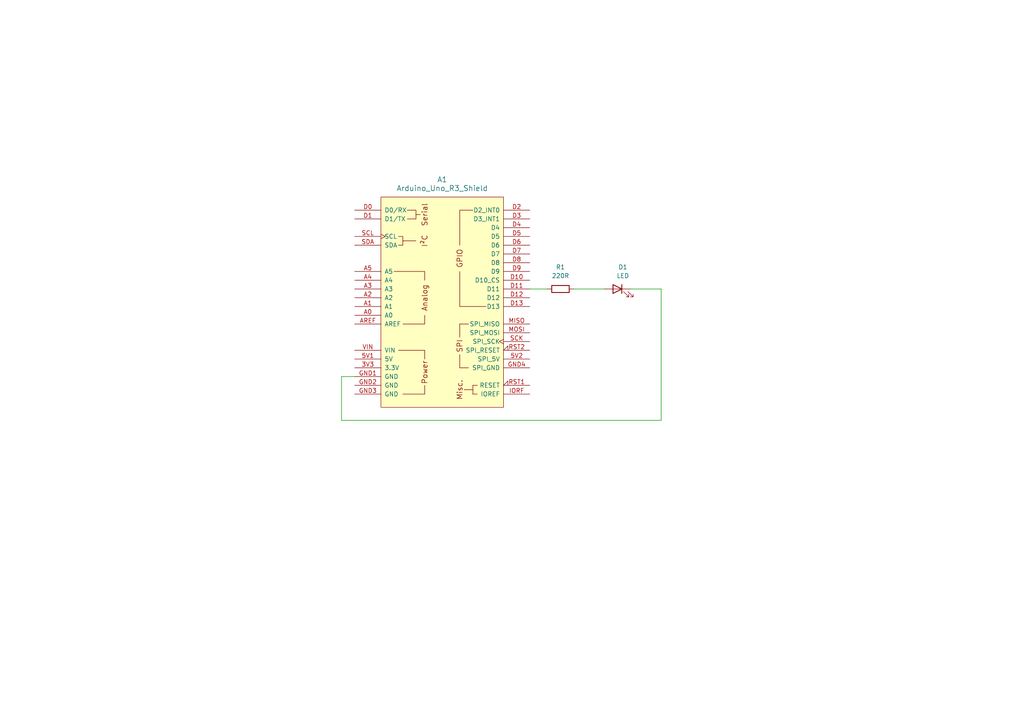
<source format=kicad_sch>
(kicad_sch (version 20231120) (generator "eeschema") (generator_version "8.0")
  (paper "A4")
  (lib_symbols
    (symbol "Arduino:Arduino_Uno_R3_Shield" (pin_names (offset 1.016))
      (property "Reference" "A" (at 0 36.83 0))
      (property "Value" "Arduino_Uno_R3_Shield" (at 0 33.02 0))
      (symbol "Arduino_Uno_R3_Shield_0_0"
        (rectangle (start -17.78 30.48) (end 17.78 -30.48) (fill (type background)))
        (rectangle (start -12.7 -13.97) (end -5.08 -13.97))
        (rectangle (start -11.43 -26.67) (end -5.08 -26.67))
        (polyline (pts (xy -11.43 17.78) (xy -7.62 17.78)))
        (polyline (pts (xy -7.62 25.4) (xy -6.35 25.4)))
        (polyline (pts (xy -5.08 -26.67) (xy -5.08 -24.13)))
        (polyline (pts (xy -5.08 -15.24) (xy -5.08 -16.51)))
        (polyline (pts (xy -5.08 -13.97) (xy -5.08 -15.24)))
        (polyline (pts (xy -5.08 -3.81) (xy -5.08 -6.35) (xy -11.43 -6.35)))
        (polyline (pts (xy -5.08 6.35) (xy -5.08 8.89) (xy -13.97 8.89)))
        (polyline (pts (xy 5.08 8.89) (xy 5.08 -1.27) (xy 12.7 -1.27)))
        (polyline (pts (xy 5.08 16.51) (xy 5.08 26.67) (xy 8.89 26.67)))
        (polyline (pts (xy -12.7 19.05) (xy -11.43 19.05) (xy -11.43 16.51) (xy -12.7 16.51)))
        (polyline (pts (xy -10.16 26.67) (xy -7.62 26.67) (xy -7.62 24.13) (xy -10.16 24.13)))
        (rectangle (start 5.08 -19.05) (end 5.08 -15.24))
        (rectangle (start 5.08 -19.05) (end 7.62 -19.05))
        (rectangle (start 5.08 -10.16) (end 5.08 -6.35))
        (rectangle (start 7.62 -6.35) (end 5.08 -6.35))
        (rectangle (start 8.89 -25.4) (end 6.35 -25.4))
        (rectangle (start 8.89 -24.13) (end 8.89 -26.67))
        (rectangle (start 10.16 -26.67) (end 8.89 -26.67))
        (rectangle (start 10.16 -24.13) (end 8.89 -24.13))
        (text "Analog" (at -5.08 1.27 900) (effects (font (size 1.524 1.524))))
        (text "I²C" (at -5.08 17.78 900) (effects (font (size 1.524 1.524))))
        (text "Misc." (at 5.08 -25.4 900) (effects (font (size 1.524 1.524))))
        (text "Power" (at -5.08 -20.32 900) (effects (font (size 1.524 1.524))))
        (text "Serial" (at -5.08 25.4 900) (effects (font (size 1.524 1.524))))
        (text "SPI" (at 5.08 -12.7 900) (effects (font (size 1.524 1.524))))
      )
      (symbol "Arduino_Uno_R3_Shield_1_0"
        (text "GPIO" (at 5.08 12.7 900) (effects (font (size 1.524 1.524))))
      )
      (symbol "Arduino_Uno_R3_Shield_1_1"
        (pin power_out line (at -25.4 -19.05 0) (length 7.62) (name "3.3V") (number "3V3"))
        (pin power_in line (at -25.4 -16.51 0) (length 7.62) (name "5V") (number "5V1"))
        (pin power_in line (at 25.4 -16.51 180) (length 7.62) (name "SPI_5V") (number "5V2"))
        (pin bidirectional line (at -25.4 -3.81 0) (length 7.62) (name "A0") (number "A0"))
        (pin bidirectional line (at -25.4 -1.27 0) (length 7.62) (name "A1") (number "A1"))
        (pin bidirectional line (at -25.4 1.27 0) (length 7.62) (name "A2") (number "A2"))
        (pin bidirectional line (at -25.4 3.81 0) (length 7.62) (name "A3") (number "A3"))
        (pin bidirectional line (at -25.4 6.35 0) (length 7.62) (name "A4") (number "A4"))
        (pin bidirectional line (at -25.4 8.89 0) (length 7.62) (name "A5") (number "A5"))
        (pin input line (at -25.4 -6.35 0) (length 7.62) (name "AREF") (number "AREF"))
        (pin bidirectional line (at -25.4 26.67 0) (length 7.62) (name "D0/RX") (number "D0"))
        (pin bidirectional line (at -25.4 24.13 0) (length 7.62) (name "D1/TX") (number "D1"))
        (pin bidirectional line (at 25.4 6.35 180) (length 7.62) (name "D10_CS") (number "D10"))
        (pin bidirectional line (at 25.4 3.81 180) (length 7.62) (name "D11") (number "D11"))
        (pin bidirectional line (at 25.4 1.27 180) (length 7.62) (name "D12") (number "D12"))
        (pin bidirectional line (at 25.4 -1.27 180) (length 7.62) (name "D13") (number "D13"))
        (pin bidirectional line (at 25.4 26.67 180) (length 7.62) (name "D2_INT0") (number "D2"))
        (pin bidirectional line (at 25.4 24.13 180) (length 7.62) (name "D3_INT1") (number "D3"))
        (pin bidirectional line (at 25.4 21.59 180) (length 7.62) (name "D4") (number "D4"))
        (pin bidirectional line (at 25.4 19.05 180) (length 7.62) (name "D5") (number "D5"))
        (pin bidirectional line (at 25.4 16.51 180) (length 7.62) (name "D6") (number "D6"))
        (pin bidirectional line (at 25.4 13.97 180) (length 7.62) (name "D7") (number "D7"))
        (pin bidirectional line (at 25.4 11.43 180) (length 7.62) (name "D8") (number "D8"))
        (pin bidirectional line (at 25.4 8.89 180) (length 7.62) (name "D9") (number "D9"))
        (pin power_in line (at -25.4 -21.59 0) (length 7.62) (name "GND") (number "GND1"))
        (pin power_in line (at -25.4 -24.13 0) (length 7.62) (name "GND") (number "GND2"))
        (pin power_in line (at -25.4 -26.67 0) (length 7.62) (name "GND") (number "GND3"))
        (pin power_in line (at 25.4 -19.05 180) (length 7.62) (name "SPI_GND") (number "GND4"))
        (pin output line (at 25.4 -26.67 180) (length 7.62) (name "IOREF") (number "IORF"))
        (pin input line (at 25.4 -6.35 180) (length 7.62) (name "SPI_MISO") (number "MISO"))
        (pin output line (at 25.4 -8.89 180) (length 7.62) (name "SPI_MOSI") (number "MOSI"))
        (pin open_collector input_low (at 25.4 -24.13 180) (length 7.62) (name "RESET") (number "RST1"))
        (pin open_collector input_low (at 25.4 -13.97 180) (length 7.62) (name "SPI_RESET") (number "RST2"))
        (pin output clock (at 25.4 -11.43 180) (length 7.62) (name "SPI_SCK") (number "SCK"))
        (pin bidirectional clock (at -25.4 19.05 0) (length 7.62) (name "SCL") (number "SCL"))
        (pin bidirectional line (at -25.4 16.51 0) (length 7.62) (name "SDA") (number "SDA"))
        (pin power_in line (at -25.4 -13.97 0) (length 7.62) (name "VIN") (number "VIN"))
      )
    )
    (symbol "Device:LED" (pin_numbers hide) (pin_names (offset 1.016) hide)
      (property "Reference" "D" (at 0 2.54 0))
      (property "Value" "LED" (at 0 -2.54 0))
      (symbol "LED_0_1"
        (polyline (pts (xy -1.27 -1.27) (xy -1.27 1.27)) (stroke (width 0.254)))
        (polyline (pts (xy -1.27 0) (xy 1.27 0)))
        (polyline (pts (xy 1.27 -1.27) (xy 1.27 1.27) (xy -1.27 0) (xy 1.27 -1.27)) (stroke (width 0.254)))
        (polyline (pts (xy -3.048 -0.762) (xy -4.572 -2.286) (xy -3.81 -2.286) (xy -4.572 -2.286) (xy -4.572 -1.524)))
        (polyline (pts (xy -1.778 -0.762) (xy -3.302 -2.286) (xy -2.54 -2.286) (xy -3.302 -2.286) (xy -3.302 -1.524)))
      )
      (symbol "LED_1_1"
        (pin passive line (at -3.81 0 0) (length 2.54) (name "K") (number "1"))
        (pin passive line (at 3.81 0 180) (length 2.54) (name "A") (number "2"))
      )
    )
    (symbol "Device:R" (pin_numbers hide) (pin_names (offset 0))
      (property "Reference" "R" (at 2.032 0 90))
      (property "Value" "R" (at 0 0 90))
      (symbol "R_0_1"
        (rectangle (start -1.016 -2.54) (end 1.016 2.54) (stroke (width 0.254)))
      )
      (symbol "R_1_1"
        (pin passive line (at 0 3.81 270) (length 1.27) (name "~") (number "1"))
        (pin passive line (at 0 -3.81 90) (length 1.27) (name "~") (number "2"))
      )
    )
  )
  (wire (pts (xy 102.87 109.22) (xy 99.06 109.22)))
  (wire (pts (xy 99.06 109.22) (xy 99.06 121.92)))
  (wire (pts (xy 99.06 121.92) (xy 191.77 121.92)))
  (wire (pts (xy 191.77 121.92) (xy 191.77 83.82)))
  (wire (pts (xy 153.67 83.82) (xy 158.75 83.82)))
  (wire (pts (xy 191.77 83.82) (xy 182.88 83.82)))
  (wire (pts (xy 166.37 83.82) (xy 175.26 83.82)))
  (symbol (lib_id "Device:R") (at 162.56 83.82 90) (unit 1)
    (property "Reference" "R1" (at 162.56 77.47 90))
    (property "Value" "220R" (at 162.56 80.01 90))
    (property "Description" "Resistor" (effects (hide yes)))
  )
  (symbol (lib_id "Arduino:Arduino_Uno_R3_Shield") (at 128.27 87.63 0) (unit 1)
    (property "Reference" "A1" (at 128.27 52.07 0) (effects (font (size 1.524 1.524))))
    (property "Value" "Arduino_Uno_R3_Shield" (at 128.27 54.61 0) (effects (font (size 1.524 1.524))))
    (property "Footprint" "PCM_arduino-library:Arduino_Uno_R3_Shield" (effects (hide yes)))
    (property "Datasheet" "https://docs.arduino.cc/hardware/uno-rev3" (effects (hide yes)))
    (property "Description" "Shield for Arduino Uno R3" (effects (hide yes)))
  )
  (symbol (lib_id "Device:LED") (at 179.07 83.82 0) (mirror y) (unit 1)
    (property "Reference" "D1" (at 180.6575 77.47 0))
    (property "Value" "LED" (at 180.6575 80.01 0))
    (property "Description" "Light emitting diode" (effects (hide yes)))
  )
)
</source>
